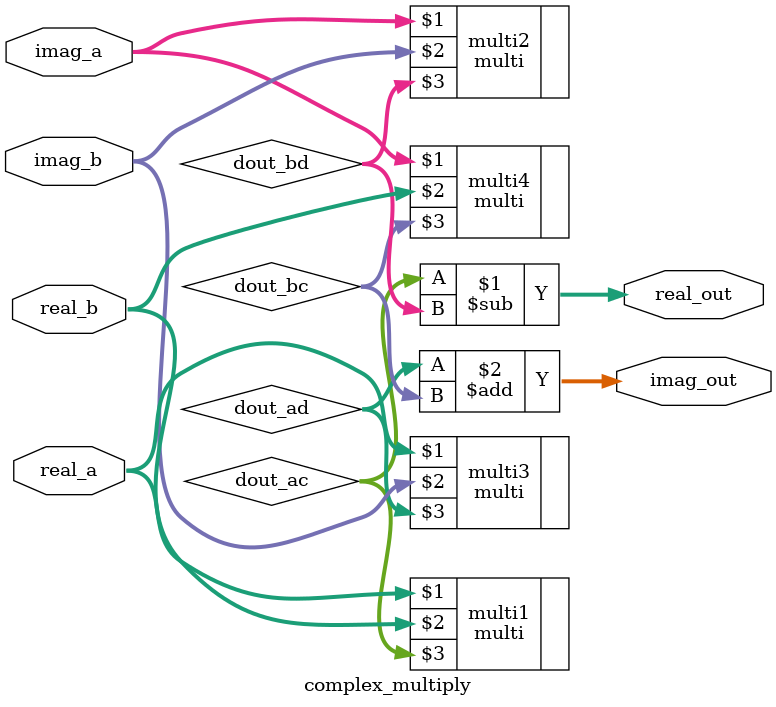
<source format=v>
`timescale 1ns / 1ps


module complex_multiply(
    input signed [27:0]real_a,
    input signed [27:0]imag_a,
    input signed [27:0]real_b,
    input signed [27:0]imag_b,
    output signed [55:0]real_out,
    output signed [55:0]imag_out
    );
    wire signed [55:0] dout_ac;
    wire signed [55:0] dout_bd;
    wire signed [55:0] dout_ad;
    wire signed [55:0] dout_bc;
    
    multi multi1(real_a,real_b,dout_ac);
    multi multi2(imag_a,imag_b,dout_bd);
    multi multi3(real_a,imag_b,dout_ad);
    multi multi4(imag_a,real_b,dout_bc);
    
    assign real_out = dout_ac - dout_bd;
    assign imag_out = dout_ad + dout_bc;
    
endmodule

</source>
